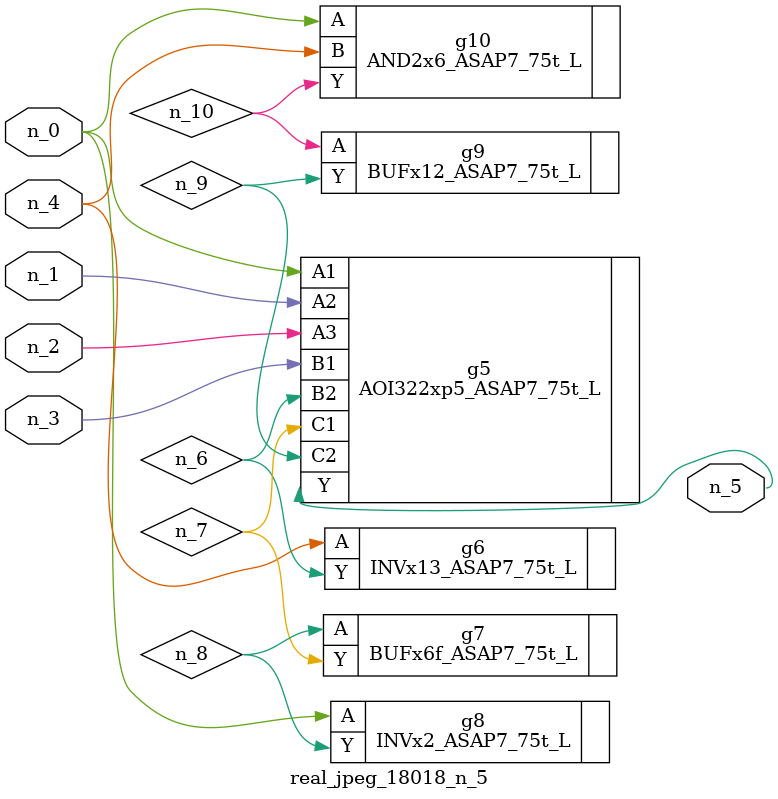
<source format=v>
module real_jpeg_18018_n_5 (n_4, n_0, n_1, n_2, n_3, n_5);

input n_4;
input n_0;
input n_1;
input n_2;
input n_3;

output n_5;

wire n_8;
wire n_6;
wire n_7;
wire n_10;
wire n_9;

AOI322xp5_ASAP7_75t_L g5 ( 
.A1(n_0),
.A2(n_1),
.A3(n_2),
.B1(n_3),
.B2(n_6),
.C1(n_7),
.C2(n_9),
.Y(n_5)
);

INVx2_ASAP7_75t_L g8 ( 
.A(n_0),
.Y(n_8)
);

AND2x6_ASAP7_75t_L g10 ( 
.A(n_0),
.B(n_4),
.Y(n_10)
);

INVx13_ASAP7_75t_L g6 ( 
.A(n_4),
.Y(n_6)
);

BUFx6f_ASAP7_75t_L g7 ( 
.A(n_8),
.Y(n_7)
);

BUFx12_ASAP7_75t_L g9 ( 
.A(n_10),
.Y(n_9)
);


endmodule
</source>
